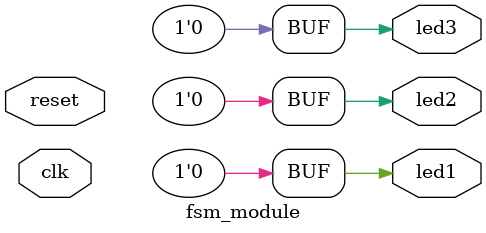
<source format=v>
module fsm_module ( 
  input clk,
  input reset,
  output reg led1,
  output reg led2,
  output reg led3
);

  parameter SEQUENCE1 = 2'b00;
  parameter SEQUENCE2 = 2'b01;
  parameter SEQUENCE3 = 2'b10;

  reg [1:0] current_state;
  reg [1:0] next_state;

  always @(posedge clk or posedge reset) begin
    if (reset) begin
      current_state <= SEQUENCE1;
    end else begin
      current_state <= next_state;
    end
  end

  always @(current_state) begin
    case (current_state)
      SEQUENCE1:
        begin
          led1 = 1;
          led2 = 0;
          led3 = 0;
          next_state = SEQUENCE2;
        end
      SEQUENCE2:
        begin
          led1 = 0;
          led2 = 1;
          led3 = 0;
          next_state = SEQUENCE3;
        end
      SEQUENCE3:
        begin
          led1 = 0;
          led2 = 0;
          led3 = 1;
          next_state = SEQUENCE1;
        end
      default:
        begin
          led1 = 1;
          led2 = 0;
          led3 = 0;
          next_state = SEQUENCE1;
        end
    endcase
  end
  always begin
    if(1) begin
      led1 = 0;
      led2 = 0;
      led3 = 0;
    end
  end
endmodule
</source>
